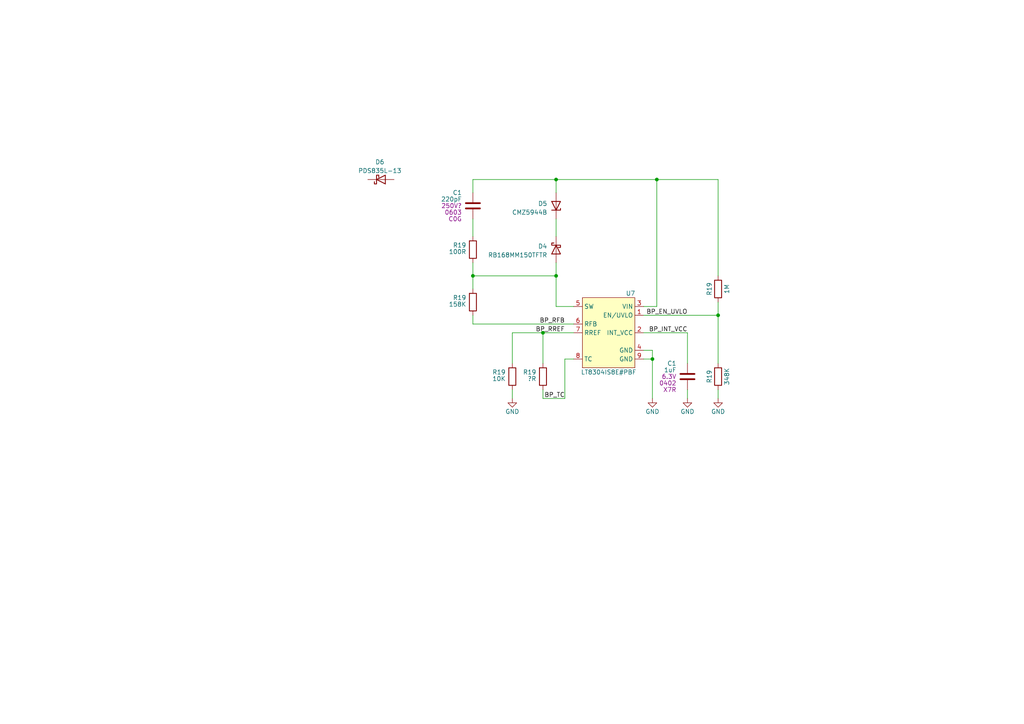
<source format=kicad_sch>
(kicad_sch (version 20230121) (generator eeschema)
  (paper "A4")
  (lib_symbols
    (symbol "Device:C" (pin_numbers hide) (pin_names (offset 0.254))
      (property "Reference" "C" (at 0.635 2.54 0))
      (property "Value" "C" (at 0.635 -2.54 0))
      (symbol "C_0_1"
        (polyline (pts (xy -2.032 -0.762) (xy 2.032 -0.762)) (stroke (width 0.508)))
        (polyline (pts (xy -2.032 0.762) (xy 2.032 0.762)) (stroke (width 0.508)))
      )
      (symbol "C_1_1"
        (pin passive line (at 0 3.81 270) (length 2.794) (name "~") (number "1"))
        (pin passive line (at 0 -3.81 90) (length 2.794) (name "~") (number "2"))
      )
    )
    (symbol "Device:D_Schottky" (pin_numbers hide) (pin_names (offset 1.016) hide)
      (property "Reference" "D" (at 0 2.54 0))
      (property "Value" "D_Schottky" (at 0 -2.54 0))
      (symbol "D_Schottky_0_1"
        (polyline (pts (xy 1.27 0) (xy -1.27 0)))
        (polyline (pts (xy 1.27 1.27) (xy 1.27 -1.27) (xy -1.27 0) (xy 1.27 1.27)) (stroke (width 0.254)))
        (polyline (pts (xy -1.905 0.635) (xy -1.905 1.27) (xy -1.27 1.27) (xy -1.27 -1.27) (xy -0.635 -1.27) (xy -0.635 -0.635)) (stroke (width 0.254)))
      )
      (symbol "D_Schottky_1_1"
        (pin passive line (at -3.81 0 0) (length 2.54) (name "K") (number "1"))
        (pin passive line (at 3.81 0 180) (length 2.54) (name "A") (number "2"))
      )
    )
    (symbol "Device:D_Zener" (pin_numbers hide) (pin_names (offset 1.016) hide)
      (property "Reference" "D" (at 0 2.54 0))
      (property "Value" "D_Zener" (at 0 -2.54 0))
      (symbol "D_Zener_0_1"
        (polyline (pts (xy 1.27 0) (xy -1.27 0)))
        (polyline (pts (xy -1.27 -1.27) (xy -1.27 1.27) (xy -0.762 1.27)) (stroke (width 0.254)))
        (polyline (pts (xy 1.27 -1.27) (xy 1.27 1.27) (xy -1.27 0) (xy 1.27 -1.27)) (stroke (width 0.254)))
      )
      (symbol "D_Zener_1_1"
        (pin passive line (at -3.81 0 0) (length 2.54) (name "K") (number "1"))
        (pin passive line (at 3.81 0 180) (length 2.54) (name "A") (number "2"))
      )
    )
    (symbol "Device:R" (pin_numbers hide) (pin_names (offset 0))
      (property "Reference" "R" (at 2.032 0 90))
      (property "Value" "R" (at 0 0 90))
      (symbol "R_0_1"
        (rectangle (start -1.016 -2.54) (end 1.016 2.54) (stroke (width 0.254)))
      )
      (symbol "R_1_1"
        (pin passive line (at 0 3.81 270) (length 1.27) (name "~") (number "1"))
        (pin passive line (at 0 -3.81 90) (length 1.27) (name "~") (number "2"))
      )
    )
    (symbol "power:GND" (power) (pin_names (offset 0))
      (property "Value" "GND" (at 0 -3.81 0))
      (symbol "GND_0_1"
        (polyline (pts (xy 0 0) (xy 0 -1.27) (xy 1.27 -1.27) (xy 0 -2.54) (xy -1.27 -1.27) (xy 0 -1.27)))
      )
      (symbol "GND_1_1"
        (pin power_in line (at 0 0 270) (length 0) hide (name "GND") (number "1"))
      )
    )
    (symbol "vhrd_pmic_regulator:LT8304"
      (property "Reference" "U" (at 1.27 1.27 0))
      (property "Value" "LT8304IS8E#PBF" (at 11.43 1.27 0))
      (property "Description" "100VIN Micropower No-Opto Isolated Flyback Converter with 150V/2A Switch" (at 6.35 -25.4 0))
      (symbol "LT8304_1_0"
        (rectangle (start 0 0) (end 15.24 -20.32) (fill (type background)))
      )
      (symbol "LT8304_1_1"
        (pin input line (at -2.54 -5.08 0) (length 2.54) (name "EN/UVLO") (number "1"))
        (pin passive line (at -2.54 -10.16 0) (length 2.54) (name "INT_VCC") (number "2"))
        (pin power_in line (at -2.54 -2.54 0) (length 2.54) (name "VIN") (number "3"))
        (pin power_in line (at -2.54 -15.24 0) (length 2.54) (name "GND") (number "4"))
        (pin output line (at 17.78 -2.54 180) (length 2.54) (name "SW") (number "5"))
        (pin input line (at 17.78 -7.62 180) (length 2.54) (name "RFB") (number "6"))
        (pin input line (at 17.78 -10.16 180) (length 2.54) (name "RREF") (number "7"))
        (pin output line (at 17.78 -17.78 180) (length 2.54) (name "TC") (number "8"))
        (pin power_in line (at -2.54 -17.78 0) (length 2.54) (name "GND") (number "9"))
      )
    )
  )
  (junction (at 190.5 52.07))
  (junction (at 137.16 80.01))
  (junction (at 189.23 104.14))
  (junction (at 208.28 91.44))
  (junction (at 157.48 96.52))
  (junction (at 161.29 52.07))
  (junction (at 161.29 80.01))
  (wire (pts (xy 157.48 96.52) (xy 157.48 105.41)))
  (wire (pts (xy 161.29 63.5) (xy 161.29 68.58)))
  (wire (pts (xy 148.59 96.52) (xy 148.59 105.41)))
  (wire (pts (xy 199.39 105.41) (xy 199.39 96.52)))
  (wire (pts (xy 166.37 93.98) (xy 137.16 93.98)))
  (wire (pts (xy 137.16 52.07) (xy 161.29 52.07)))
  (wire (pts (xy 161.29 88.9) (xy 161.29 80.01)))
  (wire (pts (xy 199.39 96.52) (xy 186.69 96.52)))
  (wire (pts (xy 163.83 115.57) (xy 157.48 115.57)))
  (wire (pts (xy 208.28 91.44) (xy 208.28 105.41)))
  (wire (pts (xy 137.16 55.88) (xy 137.16 52.07)))
  (wire (pts (xy 137.16 76.2) (xy 137.16 80.01)))
  (wire (pts (xy 189.23 104.14) (xy 186.69 104.14)))
  (wire (pts (xy 137.16 93.98) (xy 137.16 91.44)))
  (wire (pts (xy 208.28 87.63) (xy 208.28 91.44)))
  (wire (pts (xy 190.5 52.07) (xy 161.29 52.07)))
  (wire (pts (xy 137.16 63.5) (xy 137.16 68.58)))
  (wire (pts (xy 161.29 80.01) (xy 137.16 80.01)))
  (wire (pts (xy 157.48 96.52) (xy 148.59 96.52)))
  (wire (pts (xy 166.37 96.52) (xy 157.48 96.52)))
  (wire (pts (xy 137.16 80.01) (xy 137.16 83.82)))
  (wire (pts (xy 189.23 104.14) (xy 189.23 115.57)))
  (wire (pts (xy 186.69 101.6) (xy 189.23 101.6)))
  (wire (pts (xy 199.39 113.03) (xy 199.39 115.57)))
  (wire (pts (xy 208.28 52.07) (xy 190.5 52.07)))
  (wire (pts (xy 161.29 80.01) (xy 161.29 76.2)))
  (wire (pts (xy 166.37 104.14) (xy 163.83 104.14)))
  (wire (pts (xy 166.37 88.9) (xy 161.29 88.9)))
  (wire (pts (xy 186.69 88.9) (xy 190.5 88.9)))
  (wire (pts (xy 208.28 80.01) (xy 208.28 52.07)))
  (wire (pts (xy 208.28 113.03) (xy 208.28 115.57)))
  (wire (pts (xy 189.23 101.6) (xy 189.23 104.14)))
  (wire (pts (xy 157.48 115.57) (xy 157.48 113.03)))
  (wire (pts (xy 148.59 113.03) (xy 148.59 115.57)))
  (wire (pts (xy 208.28 91.44) (xy 186.69 91.44)))
  (wire (pts (xy 161.29 52.07) (xy 161.29 55.88)))
  (wire (pts (xy 163.83 104.14) (xy 163.83 115.57)))
  (wire (pts (xy 190.5 88.9) (xy 190.5 52.07)))
  (label "BP_RREF" (at 163.83 96.52 180))
  (label "BP_TC" (at 163.83 115.57 180))
  (label "BP_RFB" (at 163.83 93.98 180))
  (label "BP_INT_VCC" (at 199.39 96.52 180))
  (label "BP_EN_UVLO" (at 199.39 91.44 180))
  (symbol (lib_id "Device:D_Zener") (at 161.29 59.69 270) (mirror x) (unit 1)
    (property "Reference" "D5" (at 158.75 59.055 90) (effects (justify right)))
    (property "Value" "CMZ5944B" (at 158.75 61.595 90) (effects (justify right)))
    (property "Footprint" "Diode_SMD:D_SMA" (effects hide))
  )
  (symbol (lib_id "power:GND") (at 199.39 115.57 0) (mirror y) (unit 1)
    (property "Reference" "#PWR020" (effects hide))
    (property "Value" "GND" (at 199.39 119.38 0))
    (instances (project "vb125_eth_fdcan_pro" (path "" (reference "#PWR020") (unit 1)) (path "" (reference "#PWR069") (unit 1)) (path "" (reference "#PWR080") (unit 1)) (path "" (reference "#PWR093") (unit 1))))
  )
  (symbol (lib_id "Device:C") (at 137.16 59.69 0) (mirror y) (unit 1)
    (property "Reference" "C1" (at 133.985 55.88 0) (effects (justify left)))
    (property "Value" "220pF" (at 133.985 57.785 0) (effects (justify left)))
    (property "Voltage" "250V?" (at 133.985 59.69 0) (effects (justify left)))
    (property "Dielectric" "C0G" (at 133.985 63.5 0) (effects (justify left)))
    (property "Package" "0603" (at 133.985 61.595 0) (effects (justify left)))
    (property "Vworking" "20V" (effects hide))
    (instances (project "vb125_eth_fdcan_pro" (path "" (reference "C1") (unit 1)) (path "" (reference "C15") (unit 1)) (path "" (reference "C41") (unit 1)) (path "" (reference "C42") (unit 1)) (path "" (reference "C50") (unit 1))))
  )
  (symbol (lib_id "Device:R") (at 137.16 72.39 0) (mirror y) (unit 1)
    (property "Reference" "R19" (at 135.255 71.12 0) (effects (justify left)))
    (property "Value" "100R" (at 135.255 73.025 0) (effects (justify left)))
    (property "Footprint" "Resistor_SMD:R_0402_1005Metric" (effects hide))
    (instances (project "vb125_eth_fdcan_pro" (path "" (reference "R19") (unit 1)) (path "" (reference "R38") (unit 1)) (path "" (reference "R39") (unit 1)) (path "" (reference "R50") (unit 1))))
  )
  (symbol (lib_id "Device:R") (at 137.16 87.63 0) (mirror y) (unit 1)
    (property "Reference" "R19" (at 135.255 86.36 0) (effects (justify left)))
    (property "Value" "158K" (at 135.255 88.265 0) (effects (justify left)))
    (property "Footprint" "Resistor_SMD:R_0402_1005Metric" (effects hide))
    (instances (project "vb125_eth_fdcan_pro" (path "" (reference "R19") (unit 1)) (path "" (reference "R38") (unit 1)) (path "" (reference "R39") (unit 1)) (path "" (reference "R49") (unit 1))))
  )
  (symbol (lib_id "Device:D_Schottky") (at 110.49 52.07 0) (mirror x) (unit 1)
    (property "Reference" "D6" (at 110.1725 46.99 0))
    (property "Value" "PDS835L-13" (at 110.1725 49.53 0))
    (property "Footprint" "Diode_SMD:D_PowerDI-5" (effects hide))
  )
  (symbol (lib_id "power:GND") (at 208.28 115.57 0) (mirror y) (unit 1)
    (property "Reference" "#PWR020" (effects hide))
    (property "Value" "GND" (at 208.28 119.38 0))
    (instances (project "vb125_eth_fdcan_pro" (path "" (reference "#PWR020") (unit 1)) (path "" (reference "#PWR069") (unit 1)) (path "" (reference "#PWR080") (unit 1)) (path "" (reference "#PWR078") (unit 1))))
  )
  (symbol (lib_id "vhrd_pmic_regulator:LT8304") (at 184.15 86.36 0) (mirror y) (unit 1)
    (property "Reference" "U7" (at 182.88 85.09 0))
    (property "Value" "LT8304IS8E#PBF" (at 176.53 107.95 0))
    (property "Footprint" "vhrd_generic:SOIC-8-ANALOG" (effects hide))
    (property "Datasheet" "https://www.analog.com/media/en/technical-documentation/data-sheets/8304fa.pdf" (effects hide))
    (property "Description" "100VIN Micropower No-Opto Isolated Flyback Converter with 150V/2A Switch" (effects hide))
  )
  (symbol (lib_id "Device:C") (at 199.39 109.22 0) (mirror y) (unit 1)
    (property "Reference" "C1" (at 196.215 105.41 0) (effects (justify left)))
    (property "Value" "1uF" (at 196.215 107.315 0) (effects (justify left)))
    (property "Voltage" "6.3V" (at 196.215 109.22 0) (effects (justify left)))
    (property "Dielectric" "X7R" (at 196.215 113.03 0) (effects (justify left)))
    (property "Package" "0402" (at 196.215 111.125 0) (effects (justify left)))
    (property "Vworking" "20V" (effects hide))
    (instances (project "vb125_eth_fdcan_pro" (path "" (reference "C1") (unit 1)) (path "" (reference "C15") (unit 1)) (path "" (reference "C41") (unit 1)) (path "" (reference "C42") (unit 1)) (path "" (reference "C49") (unit 1))))
  )
  (symbol (lib_id "Device:R") (at 208.28 109.22 0) (mirror y) (unit 1)
    (property "Reference" "R19" (at 205.74 109.22 90))
    (property "Value" "348K" (at 210.82 109.22 90))
    (property "Footprint" "Resistor_SMD:R_0402_1005Metric" (effects hide))
    (instances (project "vb125_eth_fdcan_pro" (path "" (reference "R19") (unit 1)) (path "" (reference "R38") (unit 1)) (path "" (reference "R39") (unit 1)) (path "" (reference "R46") (unit 1))))
  )
  (symbol (lib_id "Device:R") (at 148.59 109.22 0) (mirror y) (unit 1)
    (property "Reference" "R19" (at 146.685 107.95 0) (effects (justify left)))
    (property "Value" "10K" (at 146.685 109.855 0) (effects (justify left)))
    (property "Footprint" "Resistor_SMD:R_0402_1005Metric" (effects hide))
    (instances (project "vb125_eth_fdcan_pro" (path "" (reference "R19") (unit 1)) (path "" (reference "R38") (unit 1)) (path "" (reference "R39") (unit 1)) (path "" (reference "R47") (unit 1))))
  )
  (symbol (lib_id "power:GND") (at 148.59 115.57 0) (mirror y) (unit 1)
    (property "Reference" "#PWR020" (effects hide))
    (property "Value" "GND" (at 148.59 119.38 0))
    (instances (project "vb125_eth_fdcan_pro" (path "" (reference "#PWR020") (unit 1)) (path "" (reference "#PWR069") (unit 1)) (path "" (reference "#PWR080") (unit 1)) (path "" (reference "#PWR095") (unit 1))))
  )
  (symbol (lib_id "Device:R") (at 208.28 83.82 0) (mirror y) (unit 1)
    (property "Reference" "R19" (at 205.74 83.82 90))
    (property "Value" "1M" (at 210.82 83.82 90))
    (property "Footprint" "Resistor_SMD:R_0402_1005Metric" (effects hide))
    (instances (project "vb125_eth_fdcan_pro" (path "" (reference "R19") (unit 1)) (path "" (reference "R38") (unit 1)) (path "" (reference "R39") (unit 1)) (path "" (reference "R45") (unit 1))))
  )
  (symbol (lib_id "Device:D_Schottky") (at 161.29 72.39 90) (mirror x) (unit 1)
    (property "Reference" "D4" (at 158.75 71.4375 90) (effects (justify left)))
    (property "Value" "RB168MM150TFTR" (at 158.75 73.9775 90) (effects (justify left)))
    (property "Footprint" "Diode_SMD:D_SOD-123F" (effects hide))
  )
  (symbol (lib_id "power:GND") (at 189.23 115.57 0) (mirror y) (unit 1)
    (property "Reference" "#PWR020" (effects hide))
    (property "Value" "GND" (at 189.23 119.38 0))
    (instances (project "vb125_eth_fdcan_pro" (path "" (reference "#PWR020") (unit 1)) (path "" (reference "#PWR069") (unit 1)) (path "" (reference "#PWR080") (unit 1)) (path "" (reference "#PWR094") (unit 1))))
  )
  (symbol (lib_id "Device:R") (at 157.48 109.22 0) (mirror y) (unit 1)
    (property "Reference" "R19" (at 155.575 107.95 0) (effects (justify left)))
    (property "Value" "?R" (at 155.575 109.855 0) (effects (justify left)))
    (property "Footprint" "Resistor_SMD:R_0402_1005Metric" (effects hide))
    (instances (project "vb125_eth_fdcan_pro" (path "" (reference "R19") (unit 1)) (path "" (reference "R38") (unit 1)) (path "" (reference "R39") (unit 1)) (path "" (reference "R48") (unit 1))))
  )
)
</source>
